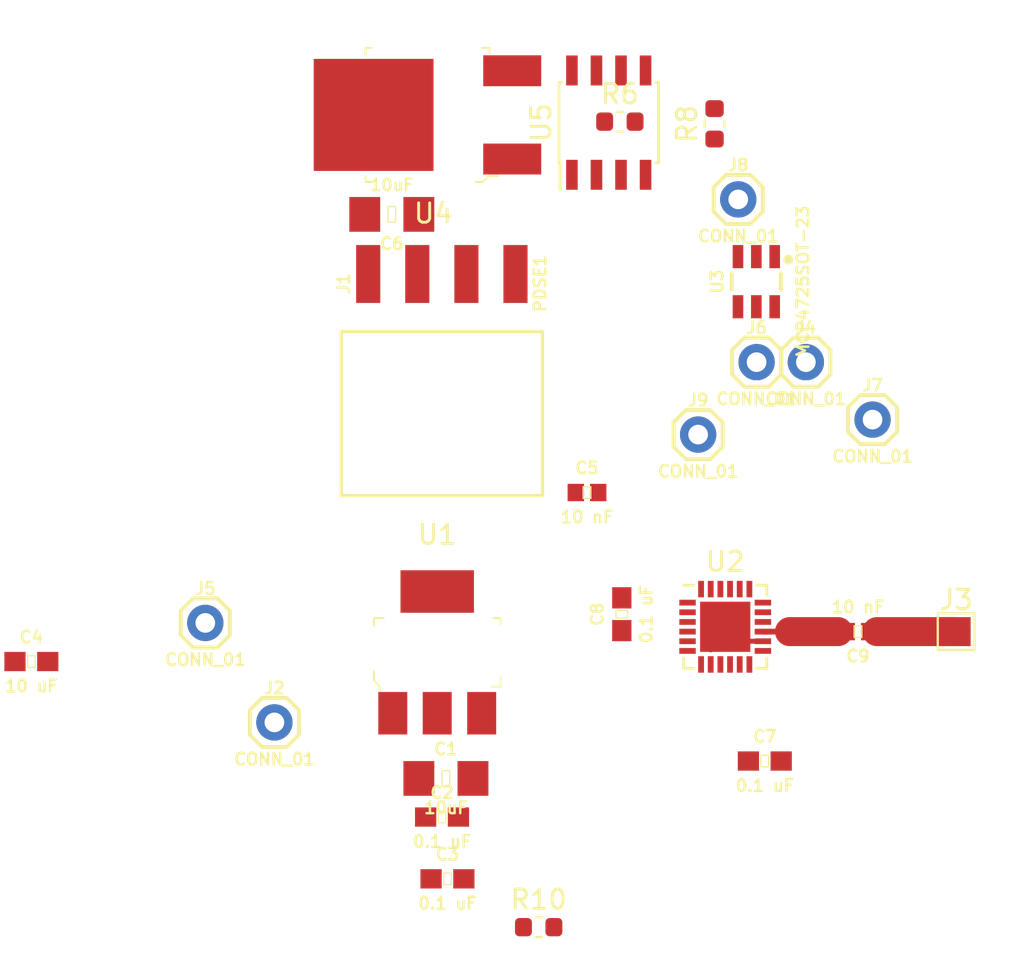
<source format=kicad_pcb>
(kicad_pcb (version 20171130) (host pcbnew 5.1.5+dfsg1-2~bpo9+1)

  (general
    (thickness 1.6)
    (drawings 0)
    (tracks 8)
    (zones 0)
    (modules 26)
    (nets 16)
  )

  (page A4)
  (layers
    (0 F.Cu signal)
    (31 B.Cu signal)
    (32 B.Adhes user)
    (33 F.Adhes user)
    (34 B.Paste user)
    (35 F.Paste user)
    (36 B.SilkS user)
    (37 F.SilkS user)
    (38 B.Mask user)
    (39 F.Mask user)
    (40 Dwgs.User user)
    (41 Cmts.User user)
    (42 Eco1.User user)
    (43 Eco2.User user)
    (44 Edge.Cuts user)
    (45 Margin user)
    (46 B.CrtYd user)
    (47 F.CrtYd user)
    (48 B.Fab user)
    (49 F.Fab user)
  )

  (setup
    (last_trace_width 0.25)
    (user_trace_width 0.3)
    (user_trace_width 0.5)
    (user_trace_width 1.5)
    (trace_clearance 0.2)
    (zone_clearance 0.01)
    (zone_45_only no)
    (trace_min 0.2)
    (via_size 0.8)
    (via_drill 0.4)
    (via_min_size 0.4)
    (via_min_drill 0.3)
    (uvia_size 0.3)
    (uvia_drill 0.1)
    (uvias_allowed no)
    (uvia_min_size 0.2)
    (uvia_min_drill 0.1)
    (edge_width 0.05)
    (segment_width 0.2)
    (pcb_text_width 0.3)
    (pcb_text_size 1.5 1.5)
    (mod_edge_width 0.12)
    (mod_text_size 1 1)
    (mod_text_width 0.15)
    (pad_size 1.524 1.524)
    (pad_drill 0.762)
    (pad_to_mask_clearance 0.051)
    (solder_mask_min_width 0.25)
    (aux_axis_origin 0 0)
    (visible_elements FFFFFF7F)
    (pcbplotparams
      (layerselection 0x010fc_ffffffff)
      (usegerberextensions false)
      (usegerberattributes false)
      (usegerberadvancedattributes false)
      (creategerberjobfile false)
      (excludeedgelayer true)
      (linewidth 0.150000)
      (plotframeref false)
      (viasonmask false)
      (mode 1)
      (useauxorigin false)
      (hpglpennumber 1)
      (hpglpenspeed 20)
      (hpglpendiameter 15.000000)
      (psnegative false)
      (psa4output false)
      (plotreference true)
      (plotvalue true)
      (plotinvisibletext false)
      (padsonsilk false)
      (subtractmaskfromsilk false)
      (outputformat 1)
      (mirror false)
      (drillshape 1)
      (scaleselection 1)
      (outputdirectory ""))
  )

  (net 0 "")
  (net 1 GND)
  (net 2 20V)
  (net 3 "Net-(C4-Pad1)")
  (net 4 "Net-(R6-Pad1)")
  (net 5 5V)
  (net 6 12V)
  (net 7 24V)
  (net 8 varactor_pwm_input)
  (net 9 Vtune)
  (net 10 3.3V)
  (net 11 "Net-(J4-Pad1)")
  (net 12 "Net-(J6-Pad1)")
  (net 13 "Net-(J7-Pad1)")
  (net 14 "Net-(C9-Pad2)")
  (net 15 "Net-(C9-Pad1)")

  (net_class Default "This is the default net class."
    (clearance 0.2)
    (trace_width 0.25)
    (via_dia 0.8)
    (via_drill 0.4)
    (uvia_dia 0.3)
    (uvia_drill 0.1)
    (add_net 12V)
    (add_net 20V)
    (add_net 24V)
    (add_net 3.3V)
    (add_net 5V)
    (add_net GND)
    (add_net "Net-(C4-Pad1)")
    (add_net "Net-(C9-Pad1)")
    (add_net "Net-(C9-Pad2)")
    (add_net "Net-(J4-Pad1)")
    (add_net "Net-(J6-Pad1)")
    (add_net "Net-(J7-Pad1)")
    (add_net "Net-(R6-Pad1)")
    (add_net Vtune)
    (add_net varactor_pwm_input)
  )

  (module Silicon-Standard:SOT23-6 (layer F.Cu) (tedit 5961E542) (tstamp 5F2C791F)
    (at 94.76146 86.084279)
    (descr SOT23-6)
    (tags SOT23-6)
    (path /5F7A4024)
    (attr smd)
    (fp_text reference U3 (at -2.03 0 90) (layer F.SilkS)
      (effects (font (size 0.6096 0.6096) (thickness 0.127)))
    )
    (fp_text value MCP4725SOT-23 (at 2.413 0 90) (layer F.SilkS)
      (effects (font (size 0.6096 0.6096) (thickness 0.127)))
    )
    (fp_line (start -1.39954 -0.79756) (end -1.39954 0.79756) (layer Dwgs.User) (width 0.1524))
    (fp_line (start 1.39954 -0.79756) (end 1.39954 0.79756) (layer Dwgs.User) (width 0.1524))
    (fp_line (start -1.39954 -0.79756) (end 1.39954 -0.79756) (layer Dwgs.User) (width 0.1524))
    (fp_line (start 1.39954 0.79756) (end -1.39954 0.79756) (layer Dwgs.User) (width 0.1524))
    (fp_line (start 1.27 -0.42926) (end 1.27 0.42926) (layer F.SilkS) (width 0.2032))
    (fp_line (start -1.27 0.42926) (end -1.27 -0.42926) (layer F.SilkS) (width 0.2032))
    (fp_line (start -0.24892 -0.84836) (end -0.24892 -1.4986) (layer Dwgs.User) (width 0.06604))
    (fp_line (start -0.24892 -1.4986) (end 0.24892 -1.4986) (layer Dwgs.User) (width 0.06604))
    (fp_line (start 0.24892 -0.84836) (end 0.24892 -1.4986) (layer Dwgs.User) (width 0.06604))
    (fp_line (start -0.24892 -0.84836) (end 0.24892 -0.84836) (layer Dwgs.User) (width 0.06604))
    (fp_line (start -1.19888 -0.84836) (end -1.19888 -1.4986) (layer Dwgs.User) (width 0.06604))
    (fp_line (start -1.19888 -1.4986) (end -0.6985 -1.4986) (layer Dwgs.User) (width 0.06604))
    (fp_line (start -0.6985 -0.84836) (end -0.6985 -1.4986) (layer Dwgs.User) (width 0.06604))
    (fp_line (start -1.19888 -0.84836) (end -0.6985 -0.84836) (layer Dwgs.User) (width 0.06604))
    (fp_line (start 0.6985 -0.84836) (end 0.6985 -1.4986) (layer Dwgs.User) (width 0.06604))
    (fp_line (start 0.6985 -1.4986) (end 1.19888 -1.4986) (layer Dwgs.User) (width 0.06604))
    (fp_line (start 1.19888 -0.84836) (end 1.19888 -1.4986) (layer Dwgs.User) (width 0.06604))
    (fp_line (start 0.6985 -0.84836) (end 1.19888 -0.84836) (layer Dwgs.User) (width 0.06604))
    (fp_line (start 0.6985 1.4986) (end 0.6985 0.84836) (layer Dwgs.User) (width 0.06604))
    (fp_line (start 0.6985 0.84836) (end 1.19888 0.84836) (layer Dwgs.User) (width 0.06604))
    (fp_line (start 1.19888 1.4986) (end 1.19888 0.84836) (layer Dwgs.User) (width 0.06604))
    (fp_line (start 0.6985 1.4986) (end 1.19888 1.4986) (layer Dwgs.User) (width 0.06604))
    (fp_line (start -0.24892 1.4986) (end -0.24892 0.84836) (layer Dwgs.User) (width 0.06604))
    (fp_line (start -0.24892 0.84836) (end 0.24892 0.84836) (layer Dwgs.User) (width 0.06604))
    (fp_line (start 0.24892 1.4986) (end 0.24892 0.84836) (layer Dwgs.User) (width 0.06604))
    (fp_line (start -0.24892 1.4986) (end 0.24892 1.4986) (layer Dwgs.User) (width 0.06604))
    (fp_line (start -1.19888 1.4986) (end -1.19888 0.84836) (layer Dwgs.User) (width 0.06604))
    (fp_line (start -1.19888 0.84836) (end -0.6985 0.84836) (layer Dwgs.User) (width 0.06604))
    (fp_line (start -0.6985 1.4986) (end -0.6985 0.84836) (layer Dwgs.User) (width 0.06604))
    (fp_line (start -1.19888 1.4986) (end -0.6985 1.4986) (layer Dwgs.User) (width 0.06604))
    (fp_circle (center 1.651 -1.143) (end 1.778 -1.143) (layer F.SilkS) (width 0.254))
    (pad 6 smd rect (at 0.94996 1.29794) (size 0.54864 1.19888) (layers F.Cu F.Paste F.Mask)
      (net 11 "Net-(J4-Pad1)") (solder_mask_margin 0.1016))
    (pad 5 smd rect (at 0 1.29794) (size 0.54864 1.19888) (layers F.Cu F.Paste F.Mask)
      (net 12 "Net-(J6-Pad1)") (solder_mask_margin 0.1016))
    (pad 4 smd rect (at -0.94996 1.29794) (size 0.54864 1.19888) (layers F.Cu F.Paste F.Mask)
      (net 13 "Net-(J7-Pad1)") (solder_mask_margin 0.1016))
    (pad 3 smd rect (at -0.94996 -1.29794) (size 0.54864 1.19888) (layers F.Cu F.Paste F.Mask)
      (net 10 3.3V) (solder_mask_margin 0.1016))
    (pad 2 smd rect (at 0 -1.29794 180) (size 0.54864 1.19888) (layers F.Cu F.Paste F.Mask)
      (net 1 GND) (solder_mask_margin 0.1016))
    (pad 1 smd rect (at 0.94996 -1.29794) (size 0.54864 1.19888) (layers F.Cu F.Paste F.Mask)
      (net 3 "Net-(C4-Pad1)") (solder_mask_margin 0.1016))
  )

  (module Connectors2:1X01 (layer F.Cu) (tedit 5963CE6C) (tstamp 5F2C7E4C)
    (at 91.75 94)
    (descr "PLATED THROUGH HOLE")
    (tags "PLATED THROUGH HOLE")
    (path /5F7C1603)
    (attr virtual)
    (fp_text reference J9 (at 0 -1.778) (layer F.SilkS)
      (effects (font (size 0.6096 0.6096) (thickness 0.127)))
    )
    (fp_text value CONN_01 (at 0 1.905) (layer F.SilkS)
      (effects (font (size 0.6096 0.6096) (thickness 0.127)))
    )
    (fp_line (start 1.27 0.635) (end 1.27 -0.635) (layer F.SilkS) (width 0.2032))
    (fp_line (start 0.635 1.27) (end 1.27 0.635) (layer F.SilkS) (width 0.2032))
    (fp_line (start -0.635 1.27) (end 0.635 1.27) (layer F.SilkS) (width 0.2032))
    (fp_line (start -1.27 0.635) (end -0.635 1.27) (layer F.SilkS) (width 0.2032))
    (fp_line (start -1.27 -0.635) (end -1.27 0.635) (layer F.SilkS) (width 0.2032))
    (fp_line (start -0.635 -1.27) (end -1.27 -0.635) (layer F.SilkS) (width 0.2032))
    (fp_line (start 0.635 -1.27) (end -0.635 -1.27) (layer F.SilkS) (width 0.2032))
    (fp_line (start 1.27 -0.635) (end 0.635 -1.27) (layer F.SilkS) (width 0.2032))
    (pad 1 thru_hole circle (at 0 0) (size 1.8796 1.8796) (drill 1.016) (layers *.Cu *.Mask)
      (net 1 GND) (solder_mask_margin 0.1016))
  )

  (module Connectors2:1X01 (layer F.Cu) (tedit 5963CE6C) (tstamp 5F2C7E3F)
    (at 93.825 81.825)
    (descr "PLATED THROUGH HOLE")
    (tags "PLATED THROUGH HOLE")
    (path /5F7BE179)
    (attr virtual)
    (fp_text reference J8 (at 0 -1.778) (layer F.SilkS)
      (effects (font (size 0.6096 0.6096) (thickness 0.127)))
    )
    (fp_text value CONN_01 (at 0 1.905) (layer F.SilkS)
      (effects (font (size 0.6096 0.6096) (thickness 0.127)))
    )
    (fp_line (start 1.27 0.635) (end 1.27 -0.635) (layer F.SilkS) (width 0.2032))
    (fp_line (start 0.635 1.27) (end 1.27 0.635) (layer F.SilkS) (width 0.2032))
    (fp_line (start -0.635 1.27) (end 0.635 1.27) (layer F.SilkS) (width 0.2032))
    (fp_line (start -1.27 0.635) (end -0.635 1.27) (layer F.SilkS) (width 0.2032))
    (fp_line (start -1.27 -0.635) (end -1.27 0.635) (layer F.SilkS) (width 0.2032))
    (fp_line (start -0.635 -1.27) (end -1.27 -0.635) (layer F.SilkS) (width 0.2032))
    (fp_line (start 0.635 -1.27) (end -0.635 -1.27) (layer F.SilkS) (width 0.2032))
    (fp_line (start 1.27 -0.635) (end 0.635 -1.27) (layer F.SilkS) (width 0.2032))
    (pad 1 thru_hole circle (at 0 0) (size 1.8796 1.8796) (drill 1.016) (layers *.Cu *.Mask)
      (net 10 3.3V) (solder_mask_margin 0.1016))
  )

  (module Connectors2:1X01 (layer F.Cu) (tedit 5963CE6C) (tstamp 5F2C7E32)
    (at 100.775 93.225)
    (descr "PLATED THROUGH HOLE")
    (tags "PLATED THROUGH HOLE")
    (path /5F7BDE66)
    (attr virtual)
    (fp_text reference J7 (at 0 -1.778) (layer F.SilkS)
      (effects (font (size 0.6096 0.6096) (thickness 0.127)))
    )
    (fp_text value CONN_01 (at 0 1.905) (layer F.SilkS)
      (effects (font (size 0.6096 0.6096) (thickness 0.127)))
    )
    (fp_line (start 1.27 0.635) (end 1.27 -0.635) (layer F.SilkS) (width 0.2032))
    (fp_line (start 0.635 1.27) (end 1.27 0.635) (layer F.SilkS) (width 0.2032))
    (fp_line (start -0.635 1.27) (end 0.635 1.27) (layer F.SilkS) (width 0.2032))
    (fp_line (start -1.27 0.635) (end -0.635 1.27) (layer F.SilkS) (width 0.2032))
    (fp_line (start -1.27 -0.635) (end -1.27 0.635) (layer F.SilkS) (width 0.2032))
    (fp_line (start -0.635 -1.27) (end -1.27 -0.635) (layer F.SilkS) (width 0.2032))
    (fp_line (start 0.635 -1.27) (end -0.635 -1.27) (layer F.SilkS) (width 0.2032))
    (fp_line (start 1.27 -0.635) (end 0.635 -1.27) (layer F.SilkS) (width 0.2032))
    (pad 1 thru_hole circle (at 0 0) (size 1.8796 1.8796) (drill 1.016) (layers *.Cu *.Mask)
      (net 13 "Net-(J7-Pad1)") (solder_mask_margin 0.1016))
  )

  (module Connectors2:1X01 (layer F.Cu) (tedit 5963CE6C) (tstamp 5F2C7E25)
    (at 94.775 90.25)
    (descr "PLATED THROUGH HOLE")
    (tags "PLATED THROUGH HOLE")
    (path /5F7BD927)
    (attr virtual)
    (fp_text reference J6 (at 0 -1.778) (layer F.SilkS)
      (effects (font (size 0.6096 0.6096) (thickness 0.127)))
    )
    (fp_text value CONN_01 (at 0 1.905) (layer F.SilkS)
      (effects (font (size 0.6096 0.6096) (thickness 0.127)))
    )
    (fp_line (start 1.27 0.635) (end 1.27 -0.635) (layer F.SilkS) (width 0.2032))
    (fp_line (start 0.635 1.27) (end 1.27 0.635) (layer F.SilkS) (width 0.2032))
    (fp_line (start -0.635 1.27) (end 0.635 1.27) (layer F.SilkS) (width 0.2032))
    (fp_line (start -1.27 0.635) (end -0.635 1.27) (layer F.SilkS) (width 0.2032))
    (fp_line (start -1.27 -0.635) (end -1.27 0.635) (layer F.SilkS) (width 0.2032))
    (fp_line (start -0.635 -1.27) (end -1.27 -0.635) (layer F.SilkS) (width 0.2032))
    (fp_line (start 0.635 -1.27) (end -0.635 -1.27) (layer F.SilkS) (width 0.2032))
    (fp_line (start 1.27 -0.635) (end 0.635 -1.27) (layer F.SilkS) (width 0.2032))
    (pad 1 thru_hole circle (at 0 0) (size 1.8796 1.8796) (drill 1.016) (layers *.Cu *.Mask)
      (net 12 "Net-(J6-Pad1)") (solder_mask_margin 0.1016))
  )

  (module Connectors2:1X01 (layer F.Cu) (tedit 5963CE6C) (tstamp 5F2C6567)
    (at 66.25 103.75)
    (descr "PLATED THROUGH HOLE")
    (tags "PLATED THROUGH HOLE")
    (path /5F6D4403)
    (attr virtual)
    (fp_text reference J5 (at 0 -1.778) (layer F.SilkS)
      (effects (font (size 0.6096 0.6096) (thickness 0.127)))
    )
    (fp_text value CONN_01 (at 0 1.905) (layer F.SilkS)
      (effects (font (size 0.6096 0.6096) (thickness 0.127)))
    )
    (fp_line (start 1.27 0.635) (end 1.27 -0.635) (layer F.SilkS) (width 0.2032))
    (fp_line (start 0.635 1.27) (end 1.27 0.635) (layer F.SilkS) (width 0.2032))
    (fp_line (start -0.635 1.27) (end 0.635 1.27) (layer F.SilkS) (width 0.2032))
    (fp_line (start -1.27 0.635) (end -0.635 1.27) (layer F.SilkS) (width 0.2032))
    (fp_line (start -1.27 -0.635) (end -1.27 0.635) (layer F.SilkS) (width 0.2032))
    (fp_line (start -0.635 -1.27) (end -1.27 -0.635) (layer F.SilkS) (width 0.2032))
    (fp_line (start 0.635 -1.27) (end -0.635 -1.27) (layer F.SilkS) (width 0.2032))
    (fp_line (start 1.27 -0.635) (end 0.635 -1.27) (layer F.SilkS) (width 0.2032))
    (pad 1 thru_hole circle (at 0 0) (size 1.8796 1.8796) (drill 1.016) (layers *.Cu *.Mask)
      (net 8 varactor_pwm_input) (solder_mask_margin 0.1016))
  )

  (module Connectors2:1X01 (layer F.Cu) (tedit 5963CE6C) (tstamp 5F2C7E0C)
    (at 97.325 90.25)
    (descr "PLATED THROUGH HOLE")
    (tags "PLATED THROUGH HOLE")
    (path /5F7BD132)
    (attr virtual)
    (fp_text reference J4 (at 0 -1.778) (layer F.SilkS)
      (effects (font (size 0.6096 0.6096) (thickness 0.127)))
    )
    (fp_text value CONN_01 (at 0 1.905) (layer F.SilkS)
      (effects (font (size 0.6096 0.6096) (thickness 0.127)))
    )
    (fp_line (start 1.27 0.635) (end 1.27 -0.635) (layer F.SilkS) (width 0.2032))
    (fp_line (start 0.635 1.27) (end 1.27 0.635) (layer F.SilkS) (width 0.2032))
    (fp_line (start -0.635 1.27) (end 0.635 1.27) (layer F.SilkS) (width 0.2032))
    (fp_line (start -1.27 0.635) (end -0.635 1.27) (layer F.SilkS) (width 0.2032))
    (fp_line (start -1.27 -0.635) (end -1.27 0.635) (layer F.SilkS) (width 0.2032))
    (fp_line (start -0.635 -1.27) (end -1.27 -0.635) (layer F.SilkS) (width 0.2032))
    (fp_line (start 0.635 -1.27) (end -0.635 -1.27) (layer F.SilkS) (width 0.2032))
    (fp_line (start 1.27 -0.635) (end 0.635 -1.27) (layer F.SilkS) (width 0.2032))
    (pad 1 thru_hole circle (at 0 0) (size 1.8796 1.8796) (drill 1.016) (layers *.Cu *.Mask)
      (net 11 "Net-(J4-Pad1)") (solder_mask_margin 0.1016))
  )

  (module Connectors2:1X01 (layer F.Cu) (tedit 5963CE6C) (tstamp 5F2C7DF1)
    (at 69.825 108.9)
    (descr "PLATED THROUGH HOLE")
    (tags "PLATED THROUGH HOLE")
    (path /5F7C344F)
    (attr virtual)
    (fp_text reference J2 (at 0 -1.778) (layer F.SilkS)
      (effects (font (size 0.6096 0.6096) (thickness 0.127)))
    )
    (fp_text value CONN_01 (at 0 1.905) (layer F.SilkS)
      (effects (font (size 0.6096 0.6096) (thickness 0.127)))
    )
    (fp_line (start 1.27 0.635) (end 1.27 -0.635) (layer F.SilkS) (width 0.2032))
    (fp_line (start 0.635 1.27) (end 1.27 0.635) (layer F.SilkS) (width 0.2032))
    (fp_line (start -0.635 1.27) (end 0.635 1.27) (layer F.SilkS) (width 0.2032))
    (fp_line (start -1.27 0.635) (end -0.635 1.27) (layer F.SilkS) (width 0.2032))
    (fp_line (start -1.27 -0.635) (end -1.27 0.635) (layer F.SilkS) (width 0.2032))
    (fp_line (start -0.635 -1.27) (end -1.27 -0.635) (layer F.SilkS) (width 0.2032))
    (fp_line (start 0.635 -1.27) (end -0.635 -1.27) (layer F.SilkS) (width 0.2032))
    (fp_line (start 1.27 -0.635) (end 0.635 -1.27) (layer F.SilkS) (width 0.2032))
    (pad 1 thru_hole circle (at 0 0) (size 1.8796 1.8796) (drill 1.016) (layers *.Cu *.Mask)
      (net 6 12V) (solder_mask_margin 0.1016))
  )

  (module Capacitors:0402 (layer F.Cu) (tedit 200000) (tstamp 5F2C9FFF)
    (at 100.02088 104.2 180)
    (descr "GENERIC 1005 (0402) PACKAGE")
    (tags "GENERIC 1005 (0402) PACKAGE")
    (path /5F7EE8B4)
    (attr smd)
    (fp_text reference C9 (at 0 -1.27) (layer F.SilkS)
      (effects (font (size 0.6096 0.6096) (thickness 0.127)))
    )
    (fp_text value "10 nF" (at 0 1.27) (layer F.SilkS)
      (effects (font (size 0.6096 0.6096) (thickness 0.127)))
    )
    (fp_line (start -1.19888 0.6477) (end -1.19888 -0.6477) (layer F.CrtYd) (width 0.0508))
    (fp_line (start 1.19888 0.6477) (end -1.19888 0.6477) (layer F.CrtYd) (width 0.0508))
    (fp_line (start 1.19888 -0.6477) (end 1.19888 0.6477) (layer F.CrtYd) (width 0.0508))
    (fp_line (start -1.19888 -0.6477) (end 1.19888 -0.6477) (layer F.CrtYd) (width 0.0508))
    (fp_line (start 0.26924 0.2286) (end -0.26924 0.2286) (layer Dwgs.User) (width 0.1524))
    (fp_line (start -0.26924 -0.2286) (end 0.26924 -0.2286) (layer Dwgs.User) (width 0.1524))
    (fp_line (start -0.19812 0.29972) (end -0.19812 -0.29972) (layer F.SilkS) (width 0.06604))
    (fp_line (start -0.19812 -0.29972) (end 0.19812 -0.29972) (layer F.SilkS) (width 0.06604))
    (fp_line (start 0.19812 0.29972) (end 0.19812 -0.29972) (layer F.SilkS) (width 0.06604))
    (fp_line (start -0.19812 0.29972) (end 0.19812 0.29972) (layer F.SilkS) (width 0.06604))
    (fp_line (start 0.25654 0.3048) (end 0.25654 -0.3048) (layer Dwgs.User) (width 0.06604))
    (fp_line (start 0.25654 -0.3048) (end 0.5588 -0.3048) (layer Dwgs.User) (width 0.06604))
    (fp_line (start 0.5588 0.3048) (end 0.5588 -0.3048) (layer Dwgs.User) (width 0.06604))
    (fp_line (start 0.25654 0.3048) (end 0.5588 0.3048) (layer Dwgs.User) (width 0.06604))
    (fp_line (start -0.55372 0.3048) (end -0.55372 -0.3048) (layer Dwgs.User) (width 0.06604))
    (fp_line (start -0.55372 -0.3048) (end -0.254 -0.3048) (layer Dwgs.User) (width 0.06604))
    (fp_line (start -0.254 0.3048) (end -0.254 -0.3048) (layer Dwgs.User) (width 0.06604))
    (fp_line (start -0.55372 0.3048) (end -0.254 0.3048) (layer Dwgs.User) (width 0.06604))
    (pad 2 smd rect (at 0.57912 0 180) (size 0.84836 0.89916) (layers F.Cu F.Paste F.Mask)
      (net 14 "Net-(C9-Pad2)") (solder_mask_margin 0.1016))
    (pad 1 smd rect (at -0.57912 0 180) (size 0.84836 0.89916) (layers F.Cu F.Paste F.Mask)
      (net 15 "Net-(C9-Pad1)") (solder_mask_margin 0.1016))
  )

  (module Capacitors:0603 (layer F.Cu) (tedit 596180EF) (tstamp 5F2C97F6)
    (at 87.8 103.3 90)
    (descr "GENERIC 1608 (0603) PACKAGE")
    (tags "GENERIC 1608 (0603) PACKAGE")
    (path /5F7E5276)
    (attr smd)
    (fp_text reference C8 (at 0 -1.27 90) (layer F.SilkS)
      (effects (font (size 0.6096 0.6096) (thickness 0.127)))
    )
    (fp_text value "0.1 uF" (at 0 1.27 90) (layer F.SilkS)
      (effects (font (size 0.6096 0.6096) (thickness 0.127)))
    )
    (fp_line (start -0.3556 0.41656) (end 0.3556 0.41656) (layer Dwgs.User) (width 0.1016))
    (fp_line (start -0.3556 -0.4318) (end 0.3556 -0.4318) (layer Dwgs.User) (width 0.1016))
    (fp_line (start -1.59766 0.6985) (end -1.59766 -0.6985) (layer F.CrtYd) (width 0.0508))
    (fp_line (start 1.59766 0.6985) (end -1.59766 0.6985) (layer F.CrtYd) (width 0.0508))
    (fp_line (start 1.59766 -0.6985) (end 1.59766 0.6985) (layer F.CrtYd) (width 0.0508))
    (fp_line (start -1.59766 -0.6985) (end 1.59766 -0.6985) (layer F.CrtYd) (width 0.0508))
    (fp_line (start -0.19812 0.29972) (end -0.19812 -0.29972) (layer F.SilkS) (width 0.06604))
    (fp_line (start -0.19812 -0.29972) (end 0.19812 -0.29972) (layer F.SilkS) (width 0.06604))
    (fp_line (start 0.19812 0.29972) (end 0.19812 -0.29972) (layer F.SilkS) (width 0.06604))
    (fp_line (start -0.19812 0.29972) (end 0.19812 0.29972) (layer F.SilkS) (width 0.06604))
    (fp_line (start 0.3302 0.4699) (end 0.3302 -0.48006) (layer Dwgs.User) (width 0.06604))
    (fp_line (start 0.3302 -0.48006) (end 0.82804 -0.48006) (layer Dwgs.User) (width 0.06604))
    (fp_line (start 0.82804 0.4699) (end 0.82804 -0.48006) (layer Dwgs.User) (width 0.06604))
    (fp_line (start 0.3302 0.4699) (end 0.82804 0.4699) (layer Dwgs.User) (width 0.06604))
    (fp_line (start -0.8382 0.4699) (end -0.8382 -0.48006) (layer Dwgs.User) (width 0.06604))
    (fp_line (start -0.8382 -0.48006) (end -0.33782 -0.48006) (layer Dwgs.User) (width 0.06604))
    (fp_line (start -0.33782 0.4699) (end -0.33782 -0.48006) (layer Dwgs.User) (width 0.06604))
    (fp_line (start -0.8382 0.4699) (end -0.33782 0.4699) (layer Dwgs.User) (width 0.06604))
    (pad 2 smd rect (at 0.84836 0 90) (size 1.09982 0.99822) (layers F.Cu F.Paste F.Mask)
      (net 1 GND) (solder_mask_margin 0.1016))
    (pad 1 smd rect (at -0.84836 0 90) (size 1.09982 0.99822) (layers F.Cu F.Paste F.Mask)
      (net 9 Vtune) (solder_mask_margin 0.1016))
  )

  (module Capacitors:0603 (layer F.Cu) (tedit 596180EF) (tstamp 5F2C77BD)
    (at 95.2 110.9)
    (descr "GENERIC 1608 (0603) PACKAGE")
    (tags "GENERIC 1608 (0603) PACKAGE")
    (path /5F7B2CEB)
    (attr smd)
    (fp_text reference C7 (at 0 -1.27) (layer F.SilkS)
      (effects (font (size 0.6096 0.6096) (thickness 0.127)))
    )
    (fp_text value "0.1 uF" (at 0 1.27) (layer F.SilkS)
      (effects (font (size 0.6096 0.6096) (thickness 0.127)))
    )
    (fp_line (start -0.3556 0.41656) (end 0.3556 0.41656) (layer Dwgs.User) (width 0.1016))
    (fp_line (start -0.3556 -0.4318) (end 0.3556 -0.4318) (layer Dwgs.User) (width 0.1016))
    (fp_line (start -1.59766 0.6985) (end -1.59766 -0.6985) (layer F.CrtYd) (width 0.0508))
    (fp_line (start 1.59766 0.6985) (end -1.59766 0.6985) (layer F.CrtYd) (width 0.0508))
    (fp_line (start 1.59766 -0.6985) (end 1.59766 0.6985) (layer F.CrtYd) (width 0.0508))
    (fp_line (start -1.59766 -0.6985) (end 1.59766 -0.6985) (layer F.CrtYd) (width 0.0508))
    (fp_line (start -0.19812 0.29972) (end -0.19812 -0.29972) (layer F.SilkS) (width 0.06604))
    (fp_line (start -0.19812 -0.29972) (end 0.19812 -0.29972) (layer F.SilkS) (width 0.06604))
    (fp_line (start 0.19812 0.29972) (end 0.19812 -0.29972) (layer F.SilkS) (width 0.06604))
    (fp_line (start -0.19812 0.29972) (end 0.19812 0.29972) (layer F.SilkS) (width 0.06604))
    (fp_line (start 0.3302 0.4699) (end 0.3302 -0.48006) (layer Dwgs.User) (width 0.06604))
    (fp_line (start 0.3302 -0.48006) (end 0.82804 -0.48006) (layer Dwgs.User) (width 0.06604))
    (fp_line (start 0.82804 0.4699) (end 0.82804 -0.48006) (layer Dwgs.User) (width 0.06604))
    (fp_line (start 0.3302 0.4699) (end 0.82804 0.4699) (layer Dwgs.User) (width 0.06604))
    (fp_line (start -0.8382 0.4699) (end -0.8382 -0.48006) (layer Dwgs.User) (width 0.06604))
    (fp_line (start -0.8382 -0.48006) (end -0.33782 -0.48006) (layer Dwgs.User) (width 0.06604))
    (fp_line (start -0.33782 0.4699) (end -0.33782 -0.48006) (layer Dwgs.User) (width 0.06604))
    (fp_line (start -0.8382 0.4699) (end -0.33782 0.4699) (layer Dwgs.User) (width 0.06604))
    (pad 2 smd rect (at 0.84836 0) (size 1.09982 0.99822) (layers F.Cu F.Paste F.Mask)
      (net 1 GND) (solder_mask_margin 0.1016))
    (pad 1 smd rect (at -0.84836 0) (size 1.09982 0.99822) (layers F.Cu F.Paste F.Mask)
      (net 5 5V) (solder_mask_margin 0.1016))
  )

  (module Capacitors:1206 (layer F.Cu) (tedit 200000) (tstamp 5F2C77A5)
    (at 75.9 82.6 180)
    (descr "GENERIC 3216 (1206) PACKAGE")
    (tags "GENERIC 3216 (1206) PACKAGE")
    (path /5F7B2CE4)
    (attr smd)
    (fp_text reference C6 (at 0 -1.524) (layer F.SilkS)
      (effects (font (size 0.6096 0.6096) (thickness 0.127)))
    )
    (fp_text value 10uF (at 0 1.524) (layer F.SilkS)
      (effects (font (size 0.6096 0.6096) (thickness 0.127)))
    )
    (fp_line (start -0.96266 0.78486) (end 0.96266 0.78486) (layer Dwgs.User) (width 0.1016))
    (fp_line (start -0.96266 -0.78486) (end 0.96266 -0.78486) (layer Dwgs.User) (width 0.1016))
    (fp_line (start 2.39776 -1.09982) (end 2.39776 1.09982) (layer F.CrtYd) (width 0.0508))
    (fp_line (start -2.39776 1.09982) (end -2.39776 -1.09982) (layer F.CrtYd) (width 0.0508))
    (fp_line (start 2.39776 1.09982) (end -2.39776 1.09982) (layer F.CrtYd) (width 0.0508))
    (fp_line (start -2.39776 -1.09982) (end 2.39776 -1.09982) (layer F.CrtYd) (width 0.0508))
    (fp_line (start -0.19812 0.39878) (end -0.19812 -0.39878) (layer F.SilkS) (width 0.06604))
    (fp_line (start -0.19812 -0.39878) (end 0.19812 -0.39878) (layer F.SilkS) (width 0.06604))
    (fp_line (start 0.19812 0.39878) (end 0.19812 -0.39878) (layer F.SilkS) (width 0.06604))
    (fp_line (start -0.19812 0.39878) (end 0.19812 0.39878) (layer F.SilkS) (width 0.06604))
    (fp_line (start 0.94996 0.84836) (end 0.94996 -0.8509) (layer Dwgs.User) (width 0.06604))
    (fp_line (start 0.94996 -0.8509) (end 1.7018 -0.8509) (layer Dwgs.User) (width 0.06604))
    (fp_line (start 1.7018 0.84836) (end 1.7018 -0.8509) (layer Dwgs.User) (width 0.06604))
    (fp_line (start 0.94996 0.84836) (end 1.7018 0.84836) (layer Dwgs.User) (width 0.06604))
    (fp_line (start -1.7018 0.8509) (end -1.7018 -0.84836) (layer Dwgs.User) (width 0.06604))
    (fp_line (start -1.7018 -0.84836) (end -0.94996 -0.84836) (layer Dwgs.User) (width 0.06604))
    (fp_line (start -0.94996 0.8509) (end -0.94996 -0.84836) (layer Dwgs.User) (width 0.06604))
    (fp_line (start -1.7018 0.8509) (end -0.94996 0.8509) (layer Dwgs.User) (width 0.06604))
    (pad 2 smd rect (at 1.39954 0 180) (size 1.59766 1.79832) (layers F.Cu F.Paste F.Mask)
      (net 1 GND) (solder_mask_margin 0.1016))
    (pad 1 smd rect (at -1.39954 0 180) (size 1.59766 1.79832) (layers F.Cu F.Paste F.Mask)
      (net 5 5V) (solder_mask_margin 0.1016))
  )

  (module Capacitors:0402 (layer F.Cu) (tedit 200000) (tstamp 5F2C778D)
    (at 86 97)
    (descr "GENERIC 1005 (0402) PACKAGE")
    (tags "GENERIC 1005 (0402) PACKAGE")
    (path /5F7AC4E2)
    (attr smd)
    (fp_text reference C5 (at 0 -1.27) (layer F.SilkS)
      (effects (font (size 0.6096 0.6096) (thickness 0.127)))
    )
    (fp_text value "10 nF" (at 0 1.27) (layer F.SilkS)
      (effects (font (size 0.6096 0.6096) (thickness 0.127)))
    )
    (fp_line (start -1.19888 0.6477) (end -1.19888 -0.6477) (layer F.CrtYd) (width 0.0508))
    (fp_line (start 1.19888 0.6477) (end -1.19888 0.6477) (layer F.CrtYd) (width 0.0508))
    (fp_line (start 1.19888 -0.6477) (end 1.19888 0.6477) (layer F.CrtYd) (width 0.0508))
    (fp_line (start -1.19888 -0.6477) (end 1.19888 -0.6477) (layer F.CrtYd) (width 0.0508))
    (fp_line (start 0.26924 0.2286) (end -0.26924 0.2286) (layer Dwgs.User) (width 0.1524))
    (fp_line (start -0.26924 -0.2286) (end 0.26924 -0.2286) (layer Dwgs.User) (width 0.1524))
    (fp_line (start -0.19812 0.29972) (end -0.19812 -0.29972) (layer F.SilkS) (width 0.06604))
    (fp_line (start -0.19812 -0.29972) (end 0.19812 -0.29972) (layer F.SilkS) (width 0.06604))
    (fp_line (start 0.19812 0.29972) (end 0.19812 -0.29972) (layer F.SilkS) (width 0.06604))
    (fp_line (start -0.19812 0.29972) (end 0.19812 0.29972) (layer F.SilkS) (width 0.06604))
    (fp_line (start 0.25654 0.3048) (end 0.25654 -0.3048) (layer Dwgs.User) (width 0.06604))
    (fp_line (start 0.25654 -0.3048) (end 0.5588 -0.3048) (layer Dwgs.User) (width 0.06604))
    (fp_line (start 0.5588 0.3048) (end 0.5588 -0.3048) (layer Dwgs.User) (width 0.06604))
    (fp_line (start 0.25654 0.3048) (end 0.5588 0.3048) (layer Dwgs.User) (width 0.06604))
    (fp_line (start -0.55372 0.3048) (end -0.55372 -0.3048) (layer Dwgs.User) (width 0.06604))
    (fp_line (start -0.55372 -0.3048) (end -0.254 -0.3048) (layer Dwgs.User) (width 0.06604))
    (fp_line (start -0.254 0.3048) (end -0.254 -0.3048) (layer Dwgs.User) (width 0.06604))
    (fp_line (start -0.55372 0.3048) (end -0.254 0.3048) (layer Dwgs.User) (width 0.06604))
    (pad 2 smd rect (at 0.57912 0) (size 0.84836 0.89916) (layers F.Cu F.Paste F.Mask)
      (net 1 GND) (solder_mask_margin 0.1016))
    (pad 1 smd rect (at -0.57912 0) (size 0.84836 0.89916) (layers F.Cu F.Paste F.Mask)
      (net 5 5V) (solder_mask_margin 0.1016))
  )

  (module Capacitors:0603 (layer F.Cu) (tedit 596180EF) (tstamp 5F2C6535)
    (at 57.25 105.75)
    (descr "GENERIC 1608 (0603) PACKAGE")
    (tags "GENERIC 1608 (0603) PACKAGE")
    (path /5F6B4DC9)
    (attr smd)
    (fp_text reference C4 (at 0 -1.27) (layer F.SilkS)
      (effects (font (size 0.6096 0.6096) (thickness 0.127)))
    )
    (fp_text value "10 uF" (at 0 1.27) (layer F.SilkS)
      (effects (font (size 0.6096 0.6096) (thickness 0.127)))
    )
    (fp_line (start -0.3556 0.41656) (end 0.3556 0.41656) (layer Dwgs.User) (width 0.1016))
    (fp_line (start -0.3556 -0.4318) (end 0.3556 -0.4318) (layer Dwgs.User) (width 0.1016))
    (fp_line (start -1.59766 0.6985) (end -1.59766 -0.6985) (layer F.CrtYd) (width 0.0508))
    (fp_line (start 1.59766 0.6985) (end -1.59766 0.6985) (layer F.CrtYd) (width 0.0508))
    (fp_line (start 1.59766 -0.6985) (end 1.59766 0.6985) (layer F.CrtYd) (width 0.0508))
    (fp_line (start -1.59766 -0.6985) (end 1.59766 -0.6985) (layer F.CrtYd) (width 0.0508))
    (fp_line (start -0.19812 0.29972) (end -0.19812 -0.29972) (layer F.SilkS) (width 0.06604))
    (fp_line (start -0.19812 -0.29972) (end 0.19812 -0.29972) (layer F.SilkS) (width 0.06604))
    (fp_line (start 0.19812 0.29972) (end 0.19812 -0.29972) (layer F.SilkS) (width 0.06604))
    (fp_line (start -0.19812 0.29972) (end 0.19812 0.29972) (layer F.SilkS) (width 0.06604))
    (fp_line (start 0.3302 0.4699) (end 0.3302 -0.48006) (layer Dwgs.User) (width 0.06604))
    (fp_line (start 0.3302 -0.48006) (end 0.82804 -0.48006) (layer Dwgs.User) (width 0.06604))
    (fp_line (start 0.82804 0.4699) (end 0.82804 -0.48006) (layer Dwgs.User) (width 0.06604))
    (fp_line (start 0.3302 0.4699) (end 0.82804 0.4699) (layer Dwgs.User) (width 0.06604))
    (fp_line (start -0.8382 0.4699) (end -0.8382 -0.48006) (layer Dwgs.User) (width 0.06604))
    (fp_line (start -0.8382 -0.48006) (end -0.33782 -0.48006) (layer Dwgs.User) (width 0.06604))
    (fp_line (start -0.33782 0.4699) (end -0.33782 -0.48006) (layer Dwgs.User) (width 0.06604))
    (fp_line (start -0.8382 0.4699) (end -0.33782 0.4699) (layer Dwgs.User) (width 0.06604))
    (pad 2 smd rect (at 0.84836 0) (size 1.09982 0.99822) (layers F.Cu F.Paste F.Mask)
      (net 1 GND) (solder_mask_margin 0.1016))
    (pad 1 smd rect (at -0.84836 0) (size 1.09982 0.99822) (layers F.Cu F.Paste F.Mask)
      (net 3 "Net-(C4-Pad1)") (solder_mask_margin 0.1016))
  )

  (module Capacitors:0603 (layer F.Cu) (tedit 596180EF) (tstamp 5F2C651D)
    (at 78.7799 116.99868)
    (descr "GENERIC 1608 (0603) PACKAGE")
    (tags "GENERIC 1608 (0603) PACKAGE")
    (path /5F6F5EC0)
    (attr smd)
    (fp_text reference C3 (at 0 -1.27) (layer F.SilkS)
      (effects (font (size 0.6096 0.6096) (thickness 0.127)))
    )
    (fp_text value "0.1 uF" (at 0 1.27) (layer F.SilkS)
      (effects (font (size 0.6096 0.6096) (thickness 0.127)))
    )
    (fp_line (start -0.3556 0.41656) (end 0.3556 0.41656) (layer Dwgs.User) (width 0.1016))
    (fp_line (start -0.3556 -0.4318) (end 0.3556 -0.4318) (layer Dwgs.User) (width 0.1016))
    (fp_line (start -1.59766 0.6985) (end -1.59766 -0.6985) (layer F.CrtYd) (width 0.0508))
    (fp_line (start 1.59766 0.6985) (end -1.59766 0.6985) (layer F.CrtYd) (width 0.0508))
    (fp_line (start 1.59766 -0.6985) (end 1.59766 0.6985) (layer F.CrtYd) (width 0.0508))
    (fp_line (start -1.59766 -0.6985) (end 1.59766 -0.6985) (layer F.CrtYd) (width 0.0508))
    (fp_line (start -0.19812 0.29972) (end -0.19812 -0.29972) (layer F.SilkS) (width 0.06604))
    (fp_line (start -0.19812 -0.29972) (end 0.19812 -0.29972) (layer F.SilkS) (width 0.06604))
    (fp_line (start 0.19812 0.29972) (end 0.19812 -0.29972) (layer F.SilkS) (width 0.06604))
    (fp_line (start -0.19812 0.29972) (end 0.19812 0.29972) (layer F.SilkS) (width 0.06604))
    (fp_line (start 0.3302 0.4699) (end 0.3302 -0.48006) (layer Dwgs.User) (width 0.06604))
    (fp_line (start 0.3302 -0.48006) (end 0.82804 -0.48006) (layer Dwgs.User) (width 0.06604))
    (fp_line (start 0.82804 0.4699) (end 0.82804 -0.48006) (layer Dwgs.User) (width 0.06604))
    (fp_line (start 0.3302 0.4699) (end 0.82804 0.4699) (layer Dwgs.User) (width 0.06604))
    (fp_line (start -0.8382 0.4699) (end -0.8382 -0.48006) (layer Dwgs.User) (width 0.06604))
    (fp_line (start -0.8382 -0.48006) (end -0.33782 -0.48006) (layer Dwgs.User) (width 0.06604))
    (fp_line (start -0.33782 0.4699) (end -0.33782 -0.48006) (layer Dwgs.User) (width 0.06604))
    (fp_line (start -0.8382 0.4699) (end -0.33782 0.4699) (layer Dwgs.User) (width 0.06604))
    (pad 2 smd rect (at 0.84836 0) (size 1.09982 0.99822) (layers F.Cu F.Paste F.Mask)
      (net 1 GND) (solder_mask_margin 0.1016))
    (pad 1 smd rect (at -0.84836 0) (size 1.09982 0.99822) (layers F.Cu F.Paste F.Mask)
      (net 10 3.3V) (solder_mask_margin 0.1016))
  )

  (module Capacitors:0603 (layer F.Cu) (tedit 596180EF) (tstamp 5F2C6505)
    (at 78.5 113.8)
    (descr "GENERIC 1608 (0603) PACKAGE")
    (tags "GENERIC 1608 (0603) PACKAGE")
    (path /5F759D4A)
    (attr smd)
    (fp_text reference C2 (at 0 -1.27) (layer F.SilkS)
      (effects (font (size 0.6096 0.6096) (thickness 0.127)))
    )
    (fp_text value "0.1 uF" (at 0 1.27) (layer F.SilkS)
      (effects (font (size 0.6096 0.6096) (thickness 0.127)))
    )
    (fp_line (start -0.3556 0.41656) (end 0.3556 0.41656) (layer Dwgs.User) (width 0.1016))
    (fp_line (start -0.3556 -0.4318) (end 0.3556 -0.4318) (layer Dwgs.User) (width 0.1016))
    (fp_line (start -1.59766 0.6985) (end -1.59766 -0.6985) (layer F.CrtYd) (width 0.0508))
    (fp_line (start 1.59766 0.6985) (end -1.59766 0.6985) (layer F.CrtYd) (width 0.0508))
    (fp_line (start 1.59766 -0.6985) (end 1.59766 0.6985) (layer F.CrtYd) (width 0.0508))
    (fp_line (start -1.59766 -0.6985) (end 1.59766 -0.6985) (layer F.CrtYd) (width 0.0508))
    (fp_line (start -0.19812 0.29972) (end -0.19812 -0.29972) (layer F.SilkS) (width 0.06604))
    (fp_line (start -0.19812 -0.29972) (end 0.19812 -0.29972) (layer F.SilkS) (width 0.06604))
    (fp_line (start 0.19812 0.29972) (end 0.19812 -0.29972) (layer F.SilkS) (width 0.06604))
    (fp_line (start -0.19812 0.29972) (end 0.19812 0.29972) (layer F.SilkS) (width 0.06604))
    (fp_line (start 0.3302 0.4699) (end 0.3302 -0.48006) (layer Dwgs.User) (width 0.06604))
    (fp_line (start 0.3302 -0.48006) (end 0.82804 -0.48006) (layer Dwgs.User) (width 0.06604))
    (fp_line (start 0.82804 0.4699) (end 0.82804 -0.48006) (layer Dwgs.User) (width 0.06604))
    (fp_line (start 0.3302 0.4699) (end 0.82804 0.4699) (layer Dwgs.User) (width 0.06604))
    (fp_line (start -0.8382 0.4699) (end -0.8382 -0.48006) (layer Dwgs.User) (width 0.06604))
    (fp_line (start -0.8382 -0.48006) (end -0.33782 -0.48006) (layer Dwgs.User) (width 0.06604))
    (fp_line (start -0.33782 0.4699) (end -0.33782 -0.48006) (layer Dwgs.User) (width 0.06604))
    (fp_line (start -0.8382 0.4699) (end -0.33782 0.4699) (layer Dwgs.User) (width 0.06604))
    (pad 2 smd rect (at 0.84836 0) (size 1.09982 0.99822) (layers F.Cu F.Paste F.Mask)
      (net 1 GND) (solder_mask_margin 0.1016))
    (pad 1 smd rect (at -0.84836 0) (size 1.09982 0.99822) (layers F.Cu F.Paste F.Mask)
      (net 2 20V) (solder_mask_margin 0.1016))
  )

  (module Capacitors:1206 (layer F.Cu) (tedit 200000) (tstamp 5F2C64ED)
    (at 78.7 111.8)
    (descr "GENERIC 3216 (1206) PACKAGE")
    (tags "GENERIC 3216 (1206) PACKAGE")
    (path /5F758FB8)
    (attr smd)
    (fp_text reference C1 (at 0 -1.524) (layer F.SilkS)
      (effects (font (size 0.6096 0.6096) (thickness 0.127)))
    )
    (fp_text value 10uF (at 0 1.524) (layer F.SilkS)
      (effects (font (size 0.6096 0.6096) (thickness 0.127)))
    )
    (fp_line (start -0.96266 0.78486) (end 0.96266 0.78486) (layer Dwgs.User) (width 0.1016))
    (fp_line (start -0.96266 -0.78486) (end 0.96266 -0.78486) (layer Dwgs.User) (width 0.1016))
    (fp_line (start 2.39776 -1.09982) (end 2.39776 1.09982) (layer F.CrtYd) (width 0.0508))
    (fp_line (start -2.39776 1.09982) (end -2.39776 -1.09982) (layer F.CrtYd) (width 0.0508))
    (fp_line (start 2.39776 1.09982) (end -2.39776 1.09982) (layer F.CrtYd) (width 0.0508))
    (fp_line (start -2.39776 -1.09982) (end 2.39776 -1.09982) (layer F.CrtYd) (width 0.0508))
    (fp_line (start -0.19812 0.39878) (end -0.19812 -0.39878) (layer F.SilkS) (width 0.06604))
    (fp_line (start -0.19812 -0.39878) (end 0.19812 -0.39878) (layer F.SilkS) (width 0.06604))
    (fp_line (start 0.19812 0.39878) (end 0.19812 -0.39878) (layer F.SilkS) (width 0.06604))
    (fp_line (start -0.19812 0.39878) (end 0.19812 0.39878) (layer F.SilkS) (width 0.06604))
    (fp_line (start 0.94996 0.84836) (end 0.94996 -0.8509) (layer Dwgs.User) (width 0.06604))
    (fp_line (start 0.94996 -0.8509) (end 1.7018 -0.8509) (layer Dwgs.User) (width 0.06604))
    (fp_line (start 1.7018 0.84836) (end 1.7018 -0.8509) (layer Dwgs.User) (width 0.06604))
    (fp_line (start 0.94996 0.84836) (end 1.7018 0.84836) (layer Dwgs.User) (width 0.06604))
    (fp_line (start -1.7018 0.8509) (end -1.7018 -0.84836) (layer Dwgs.User) (width 0.06604))
    (fp_line (start -1.7018 -0.84836) (end -0.94996 -0.84836) (layer Dwgs.User) (width 0.06604))
    (fp_line (start -0.94996 0.8509) (end -0.94996 -0.84836) (layer Dwgs.User) (width 0.06604))
    (fp_line (start -1.7018 0.8509) (end -0.94996 0.8509) (layer Dwgs.User) (width 0.06604))
    (pad 2 smd rect (at 1.39954 0) (size 1.59766 1.79832) (layers F.Cu F.Paste F.Mask)
      (net 1 GND) (solder_mask_margin 0.1016))
    (pad 1 smd rect (at -1.39954 0) (size 1.59766 1.79832) (layers F.Cu F.Paste F.Mask)
      (net 2 20V) (solder_mask_margin 0.1016))
  )

  (module digikey-footprints:SOT-223 (layer F.Cu) (tedit 5B07037E) (tstamp 5F2C8ACA)
    (at 78.25 105.275)
    (path /5F7DB396)
    (fp_text reference U1 (at 0 -6.1) (layer F.SilkS)
      (effects (font (size 1 1) (thickness 0.15)))
    )
    (fp_text value LM7805 (at 0.15 5.65) (layer F.Fab)
      (effects (font (size 1 1) (thickness 0.15)))
    )
    (fp_line (start 3.15 -1.65) (end 3.15 1.65) (layer F.Fab) (width 0.1))
    (fp_line (start -3.15 -1.65) (end 3.15 -1.65) (layer F.Fab) (width 0.1))
    (fp_text user %R (at -0.05 0.025) (layer F.Fab)
      (effects (font (size 1 1) (thickness 0.15)))
    )
    (fp_line (start 3.275 -1.775) (end 3.275 -1.475) (layer F.SilkS) (width 0.1))
    (fp_line (start 2.9 -1.775) (end 3.275 -1.775) (layer F.SilkS) (width 0.1))
    (fp_line (start -3.275 -1.775) (end -3.275 -1.375) (layer F.SilkS) (width 0.1))
    (fp_line (start -2.775 -1.775) (end -3.275 -1.775) (layer F.SilkS) (width 0.1))
    (fp_line (start 3.275 1.775) (end 2.825 1.775) (layer F.SilkS) (width 0.1))
    (fp_line (start 3.275 1.3) (end 3.275 1.775) (layer F.SilkS) (width 0.1))
    (fp_line (start -3.15 1.35) (end -2.875 1.65) (layer F.Fab) (width 0.1))
    (fp_line (start 3.15 1.65) (end -2.875 1.65) (layer F.Fab) (width 0.1))
    (fp_line (start -3.15 1.35) (end -3.15 -1.65) (layer F.Fab) (width 0.1))
    (fp_line (start 3.45 -4.45) (end 3.45 4.45) (layer F.CrtYd) (width 0.05))
    (fp_line (start 3.45 -4.45) (end -3.45 -4.45) (layer F.CrtYd) (width 0.05))
    (fp_line (start -3.45 -4.45) (end -3.45 4.45) (layer F.CrtYd) (width 0.05))
    (fp_line (start -3.45 4.45) (end 3.45 4.45) (layer F.CrtYd) (width 0.05))
    (fp_line (start -2.975 1.775) (end -2.975 1.97) (layer F.SilkS) (width 0.1))
    (fp_line (start -3.275 1.45) (end -2.975 1.775) (layer F.SilkS) (width 0.1))
    (fp_line (start -3.275 0.975) (end -3.275 1.45) (layer F.SilkS) (width 0.1))
    (pad 4 smd rect (at 0 -3.15) (size 3.8 2.2) (layers F.Cu F.Paste F.Mask))
    (pad 1 smd rect (at -2.3 3.15) (size 1.5 2.2) (layers F.Cu F.Paste F.Mask)
      (net 6 12V))
    (pad 2 smd rect (at 0 3.15) (size 1.5 2.2) (layers F.Cu F.Paste F.Mask)
      (net 1 GND))
    (pad 3 smd rect (at 2.3 3.15) (size 1.5 2.2) (layers F.Cu F.Paste F.Mask)
      (net 5 5V))
  )

  (module TestPoint:TestPoint_Pad_1.5x1.5mm (layer F.Cu) (tedit 5A0F774F) (tstamp 5F2C7DFF)
    (at 105.1 104.2)
    (descr "SMD rectangular pad as test Point, square 1.5mm side length")
    (tags "test point SMD pad rectangle square")
    (path /5F7B6DAF)
    (attr virtual)
    (fp_text reference J3 (at 0 -1.648) (layer F.SilkS)
      (effects (font (size 1 1) (thickness 0.15)))
    )
    (fp_text value CONN_01 (at 0 1.75) (layer F.Fab)
      (effects (font (size 1 1) (thickness 0.15)))
    )
    (fp_line (start 1.25 1.25) (end -1.25 1.25) (layer F.CrtYd) (width 0.05))
    (fp_line (start 1.25 1.25) (end 1.25 -1.25) (layer F.CrtYd) (width 0.05))
    (fp_line (start -1.25 -1.25) (end -1.25 1.25) (layer F.CrtYd) (width 0.05))
    (fp_line (start -1.25 -1.25) (end 1.25 -1.25) (layer F.CrtYd) (width 0.05))
    (fp_line (start -0.95 0.95) (end -0.95 -0.95) (layer F.SilkS) (width 0.12))
    (fp_line (start 0.95 0.95) (end -0.95 0.95) (layer F.SilkS) (width 0.12))
    (fp_line (start 0.95 -0.95) (end 0.95 0.95) (layer F.SilkS) (width 0.12))
    (fp_line (start -0.95 -0.95) (end 0.95 -0.95) (layer F.SilkS) (width 0.12))
    (fp_text user %R (at 0 -1.65) (layer F.Fab)
      (effects (font (size 1 1) (thickness 0.15)))
    )
    (pad 1 smd rect (at 0 0) (size 1.5 1.5) (layers F.Cu F.Mask)
      (net 15 "Net-(C9-Pad1)"))
  )

  (module Package_SO:SOIC-8_3.9x4.9mm_P1.27mm (layer F.Cu) (tedit 5A02F2D3) (tstamp 5F2C796E)
    (at 87.125 77.85 90)
    (descr "8-Lead Plastic Small Outline (SN) - Narrow, 3.90 mm Body [SOIC] (see Microchip Packaging Specification 00000049BS.pdf)")
    (tags "SOIC 1.27")
    (path /5F608589)
    (attr smd)
    (fp_text reference U5 (at 0 -3.5 90) (layer F.SilkS)
      (effects (font (size 1 1) (thickness 0.15)))
    )
    (fp_text value TLV2172IDR (at 0 3.5 90) (layer F.Fab)
      (effects (font (size 1 1) (thickness 0.15)))
    )
    (fp_line (start -2.075 -2.525) (end -3.475 -2.525) (layer F.SilkS) (width 0.15))
    (fp_line (start -2.075 2.575) (end 2.075 2.575) (layer F.SilkS) (width 0.15))
    (fp_line (start -2.075 -2.575) (end 2.075 -2.575) (layer F.SilkS) (width 0.15))
    (fp_line (start -2.075 2.575) (end -2.075 2.43) (layer F.SilkS) (width 0.15))
    (fp_line (start 2.075 2.575) (end 2.075 2.43) (layer F.SilkS) (width 0.15))
    (fp_line (start 2.075 -2.575) (end 2.075 -2.43) (layer F.SilkS) (width 0.15))
    (fp_line (start -2.075 -2.575) (end -2.075 -2.525) (layer F.SilkS) (width 0.15))
    (fp_line (start -3.73 2.7) (end 3.73 2.7) (layer F.CrtYd) (width 0.05))
    (fp_line (start -3.73 -2.7) (end 3.73 -2.7) (layer F.CrtYd) (width 0.05))
    (fp_line (start 3.73 -2.7) (end 3.73 2.7) (layer F.CrtYd) (width 0.05))
    (fp_line (start -3.73 -2.7) (end -3.73 2.7) (layer F.CrtYd) (width 0.05))
    (fp_line (start -1.95 -1.45) (end -0.95 -2.45) (layer F.Fab) (width 0.1))
    (fp_line (start -1.95 2.45) (end -1.95 -1.45) (layer F.Fab) (width 0.1))
    (fp_line (start 1.95 2.45) (end -1.95 2.45) (layer F.Fab) (width 0.1))
    (fp_line (start 1.95 -2.45) (end 1.95 2.45) (layer F.Fab) (width 0.1))
    (fp_line (start -0.95 -2.45) (end 1.95 -2.45) (layer F.Fab) (width 0.1))
    (fp_text user %R (at -0.28072 0.7131 90) (layer F.Fab)
      (effects (font (size 1 1) (thickness 0.15)))
    )
    (pad 8 smd rect (at 2.7 -1.905 90) (size 1.55 0.6) (layers F.Cu F.Paste F.Mask)
      (net 2 20V))
    (pad 7 smd rect (at 2.7 -0.635 90) (size 1.55 0.6) (layers F.Cu F.Paste F.Mask))
    (pad 6 smd rect (at 2.7 0.635 90) (size 1.55 0.6) (layers F.Cu F.Paste F.Mask))
    (pad 5 smd rect (at 2.7 1.905 90) (size 1.55 0.6) (layers F.Cu F.Paste F.Mask))
    (pad 4 smd rect (at -2.7 1.905 90) (size 1.55 0.6) (layers F.Cu F.Paste F.Mask)
      (net 1 GND))
    (pad 3 smd rect (at -2.7 0.635 90) (size 1.55 0.6) (layers F.Cu F.Paste F.Mask)
      (net 3 "Net-(C4-Pad1)"))
    (pad 2 smd rect (at -2.7 -0.635 90) (size 1.55 0.6) (layers F.Cu F.Paste F.Mask)
      (net 4 "Net-(R6-Pad1)"))
    (pad 1 smd rect (at -2.7 -1.905 90) (size 1.55 0.6) (layers F.Cu F.Paste F.Mask)
      (net 9 Vtune))
    (model ${KISYS3DMOD}/Package_SO.3dshapes/SOIC-8_3.9x4.9mm_P1.27mm.wrl
      (at (xyz 0 0 0))
      (scale (xyz 1 1 1))
      (rotate (xyz 0 0 0))
    )
  )

  (module Connectors2:1X04_SMD_RA_FEMALE (layer F.Cu) (tedit 5963D38A) (tstamp 5F2C77C9)
    (at 78.48908 92.910529)
    (descr "SMD - 4 PIN RIGHT-ANGLE FEMALE HEADER")
    (tags "SMD - 4 PIN RIGHT-ANGLE FEMALE HEADER")
    (path /5F73E64B)
    (attr smd)
    (fp_text reference J1 (at -5.08 -6.731 90) (layer F.SilkS)
      (effects (font (size 0.6096 0.6096) (thickness 0.127)))
    )
    (fp_text value PDSE1 (at 5.08 -6.731 90) (layer F.SilkS)
      (effects (font (size 0.6096 0.6096) (thickness 0.127)))
    )
    (fp_line (start -5.20446 4.24942) (end 5.20446 4.24942) (layer F.SilkS) (width 0.1778))
    (fp_line (start 5.20446 4.24942) (end 5.20446 -4.24942) (layer F.SilkS) (width 0.1778))
    (fp_line (start 5.20446 -4.24942) (end -5.20446 -4.24942) (layer F.SilkS) (width 0.1778))
    (fp_line (start -5.20446 -4.24942) (end -5.20446 4.24942) (layer F.SilkS) (width 0.1778))
    (pad 4 smd rect (at 3.81 -7.22376 180) (size 1.24968 2.99974) (layers F.Cu F.Paste F.Mask)
      (net 7 24V) (solder_mask_margin 0.1016))
    (pad 3 smd rect (at 1.27 -7.22376 180) (size 1.24968 2.99974) (layers F.Cu F.Paste F.Mask)
      (net 1 GND) (solder_mask_margin 0.1016))
    (pad 2 smd rect (at -1.27 -7.22376 180) (size 1.24968 2.99974) (layers F.Cu F.Paste F.Mask)
      (net 5 5V) (solder_mask_margin 0.1016))
    (pad 1 smd rect (at -3.81 -7.22376 180) (size 1.24968 2.99974) (layers F.Cu F.Paste F.Mask)
      (net 1 GND) (solder_mask_margin 0.1016))
  )

  (module digikey-footprints:TO-252-3 (layer F.Cu) (tedit 5B06FF3B) (tstamp 5F2C6676)
    (at 78.05 77.45 180)
    (descr http://www.digikey.com/products/en?keywords=MC7805BDTRKGOSCT-ND)
    (path /5F738EF1)
    (fp_text reference U4 (at 0 -5.1 180) (layer F.SilkS)
      (effects (font (size 1 1) (thickness 0.15)))
    )
    (fp_text value BA78M20FP (at 0 5.1 180) (layer F.Fab)
      (effects (font (size 1 1) (thickness 0.15)))
    )
    (fp_line (start -2.81 3.365) (end -2.81 -3.06) (layer F.Fab) (width 0.1))
    (fp_line (start 3.41 -3.365) (end -2.52 -3.365) (layer F.Fab) (width 0.1))
    (fp_text user %R (at -0.90184 0.45022 180) (layer F.Fab)
      (effects (font (size 1 1) (thickness 0.15)))
    )
    (fp_line (start -2.81 3.37) (end 3.41 3.37) (layer F.Fab) (width 0.1))
    (fp_line (start 3.41 3.365) (end 3.41 -3.365) (layer F.Fab) (width 0.1))
    (fp_line (start 3.51 3.47) (end 3.51 3.07) (layer F.SilkS) (width 0.1))
    (fp_line (start 3.21 3.47) (end 3.51 3.47) (layer F.SilkS) (width 0.1))
    (fp_line (start -2.91 3.47) (end -2.91 3.17) (layer F.SilkS) (width 0.1))
    (fp_line (start -2.51 3.47) (end -2.91 3.47) (layer F.SilkS) (width 0.1))
    (fp_line (start -2.57 -3.47) (end -2.87 -3.16) (layer F.SilkS) (width 0.1))
    (fp_line (start -2.19 -3.47) (end -2.57 -3.47) (layer F.SilkS) (width 0.1))
    (fp_line (start 3.51 -3.47) (end 3.21 -3.47) (layer F.SilkS) (width 0.1))
    (fp_line (start 3.51 -3.17) (end 3.51 -3.47) (layer F.SilkS) (width 0.1))
    (fp_line (start 6.55 3.65) (end -5.95 3.65) (layer F.CrtYd) (width 0.05))
    (fp_line (start 6.55 -3.85) (end 6.55 3.65) (layer F.CrtYd) (width 0.05))
    (fp_line (start -5.95 -3.85) (end 6.55 -3.85) (layer F.CrtYd) (width 0.05))
    (fp_line (start -5.95 3.65) (end -5.95 -3.85) (layer F.CrtYd) (width 0.05))
    (fp_line (start -2.87 -3.16) (end -3.37 -3.16) (layer F.SilkS) (width 0.1))
    (fp_line (start -2.81 -3.06) (end -2.52 -3.36) (layer F.Fab) (width 0.1))
    (pad 3 smd rect (at -4.08 2.285) (size 3 1.6) (layers F.Cu F.Paste F.Mask)
      (net 2 20V))
    (pad 4 smd rect (at 3.09 0) (size 6.2 5.8) (layers F.Cu F.Paste F.Mask)
      (net 1 GND))
    (pad 1 smd rect (at -4.08 -2.285) (size 3 1.6) (layers F.Cu F.Paste F.Mask)
      (net 7 24V))
  )

  (module Package_DFN_QFN:QFN-24-1EP_4x4mm_P0.5mm_EP2.6x2.6mm (layer F.Cu) (tedit 5A650D6B) (tstamp 5F2C6646)
    (at 93.15184 103.94978)
    (descr "24-Lead Plastic Quad Flat, No Lead Package (MJ) - 4x4x0.9 mm Body [QFN]; (see Microchip Packaging Specification 00000049BS.pdf)")
    (tags "QFN 0.5")
    (path /5F7369B2)
    (attr smd)
    (fp_text reference U2 (at 0 -3.375) (layer F.SilkS)
      (effects (font (size 1 1) (thickness 0.15)))
    )
    (fp_text value HMC732 (at 0 3.375) (layer F.Fab)
      (effects (font (size 1 1) (thickness 0.15)))
    )
    (fp_line (start 2.15 -2.15) (end 1.625 -2.15) (layer F.SilkS) (width 0.15))
    (fp_line (start 2.15 2.15) (end 1.625 2.15) (layer F.SilkS) (width 0.15))
    (fp_line (start -2.15 2.15) (end -1.625 2.15) (layer F.SilkS) (width 0.15))
    (fp_line (start -2.15 -2.15) (end -1.625 -2.15) (layer F.SilkS) (width 0.15))
    (fp_line (start 2.15 2.15) (end 2.15 1.625) (layer F.SilkS) (width 0.15))
    (fp_line (start -2.15 2.15) (end -2.15 1.625) (layer F.SilkS) (width 0.15))
    (fp_line (start 2.15 -2.15) (end 2.15 -1.625) (layer F.SilkS) (width 0.15))
    (fp_line (start -2.65 2.65) (end 2.65 2.65) (layer F.CrtYd) (width 0.05))
    (fp_line (start -2.65 -2.65) (end 2.65 -2.65) (layer F.CrtYd) (width 0.05))
    (fp_line (start 2.65 -2.65) (end 2.65 2.65) (layer F.CrtYd) (width 0.05))
    (fp_line (start -2.65 -2.65) (end -2.65 2.65) (layer F.CrtYd) (width 0.05))
    (fp_line (start -2 -1) (end -1 -2) (layer F.Fab) (width 0.15))
    (fp_line (start -2 2) (end -2 -1) (layer F.Fab) (width 0.15))
    (fp_line (start 2 2) (end -2 2) (layer F.Fab) (width 0.15))
    (fp_line (start 2 -2) (end 2 2) (layer F.Fab) (width 0.15))
    (fp_line (start -1 -2) (end 2 -2) (layer F.Fab) (width 0.15))
    (fp_text user %R (at 0 0) (layer F.Fab)
      (effects (font (size 1 1) (thickness 0.15)))
    )
    (pad "" smd rect (at 0.65 -0.65) (size 1.05 1.05) (layers F.Paste))
    (pad "" smd rect (at -0.65 -0.65) (size 1.05 1.05) (layers F.Paste))
    (pad "" smd rect (at -0.65 0.65) (size 1.05 1.05) (layers F.Paste))
    (pad 25 smd rect (at 0 0) (size 2.6 2.6) (layers F.Cu F.Mask)
      (net 1 GND))
    (pad "" smd rect (at 0.65 0.65) (size 1.05 1.05) (layers F.Paste))
    (pad 24 smd rect (at -1.25 -1.95 90) (size 0.85 0.3) (layers F.Cu F.Paste F.Mask))
    (pad 23 smd rect (at -0.75 -1.95 90) (size 0.85 0.3) (layers F.Cu F.Paste F.Mask))
    (pad 22 smd rect (at -0.25 -1.95 90) (size 0.85 0.3) (layers F.Cu F.Paste F.Mask))
    (pad 21 smd rect (at 0.25 -1.95 90) (size 0.85 0.3) (layers F.Cu F.Paste F.Mask))
    (pad 20 smd rect (at 0.75 -1.95 90) (size 0.85 0.3) (layers F.Cu F.Paste F.Mask))
    (pad 19 smd rect (at 1.25 -1.95 90) (size 0.85 0.3) (layers F.Cu F.Paste F.Mask))
    (pad 18 smd rect (at 1.95 -1.25) (size 0.85 0.3) (layers F.Cu F.Paste F.Mask))
    (pad 17 smd rect (at 1.95 -0.75) (size 0.85 0.3) (layers F.Cu F.Paste F.Mask))
    (pad 16 smd rect (at 1.95 -0.25) (size 0.85 0.3) (layers F.Cu F.Paste F.Mask))
    (pad 15 smd rect (at 1.95 0.25) (size 0.85 0.3) (layers F.Cu F.Paste F.Mask)
      (net 14 "Net-(C9-Pad2)"))
    (pad 14 smd rect (at 1.95 0.75) (size 0.85 0.3) (layers F.Cu F.Paste F.Mask)
      (net 1 GND))
    (pad 13 smd rect (at 1.95 1.25) (size 0.85 0.3) (layers F.Cu F.Paste F.Mask))
    (pad 12 smd rect (at 1.25 1.95 90) (size 0.85 0.3) (layers F.Cu F.Paste F.Mask)
      (net 5 5V))
    (pad 11 smd rect (at 0.75 1.95 90) (size 0.85 0.3) (layers F.Cu F.Paste F.Mask))
    (pad 10 smd rect (at 0.25 1.95 90) (size 0.85 0.3) (layers F.Cu F.Paste F.Mask))
    (pad 9 smd rect (at -0.25 1.95 90) (size 0.85 0.3) (layers F.Cu F.Paste F.Mask))
    (pad 8 smd rect (at -0.75 1.95 90) (size 0.85 0.3) (layers F.Cu F.Paste F.Mask))
    (pad 7 smd rect (at -1.25 1.95 90) (size 0.85 0.3) (layers F.Cu F.Paste F.Mask))
    (pad 6 smd rect (at -1.95 1.25) (size 0.85 0.3) (layers F.Cu F.Paste F.Mask))
    (pad 5 smd rect (at -1.95 0.75) (size 0.85 0.3) (layers F.Cu F.Paste F.Mask))
    (pad 4 smd rect (at -1.95 0.25) (size 0.85 0.3) (layers F.Cu F.Paste F.Mask)
      (net 9 Vtune))
    (pad 3 smd rect (at -1.95 -0.25) (size 0.85 0.3) (layers F.Cu F.Paste F.Mask))
    (pad 2 smd rect (at -1.95 -0.75) (size 0.85 0.3) (layers F.Cu F.Paste F.Mask))
    (pad 1 smd rect (at -1.95 -1.25) (size 0.85 0.3) (layers F.Cu F.Paste F.Mask))
    (model ${KISYS3DMOD}/Package_DFN_QFN.3dshapes/QFN-24-1EP_4x4mm_P0.5mm_EP2.6x2.6mm.wrl
      (at (xyz 0 0 0))
      (scale (xyz 1 1 1))
      (rotate (xyz 0 0 0))
    )
  )

  (module Resistor_SMD:R_0603_1608Metric (layer F.Cu) (tedit 5B301BBD) (tstamp 5F2C65BC)
    (at 83.5 119.5)
    (descr "Resistor SMD 0603 (1608 Metric), square (rectangular) end terminal, IPC_7351 nominal, (Body size source: http://www.tortai-tech.com/upload/download/2011102023233369053.pdf), generated with kicad-footprint-generator")
    (tags resistor)
    (path /5F6B4DD0)
    (attr smd)
    (fp_text reference R10 (at 0 -1.43) (layer F.SilkS)
      (effects (font (size 1 1) (thickness 0.15)))
    )
    (fp_text value 1k (at 0 1.43) (layer F.Fab)
      (effects (font (size 1 1) (thickness 0.15)))
    )
    (fp_text user %R (at 0 0) (layer F.Fab)
      (effects (font (size 0.4 0.4) (thickness 0.06)))
    )
    (fp_line (start 1.48 0.73) (end -1.48 0.73) (layer F.CrtYd) (width 0.05))
    (fp_line (start 1.48 -0.73) (end 1.48 0.73) (layer F.CrtYd) (width 0.05))
    (fp_line (start -1.48 -0.73) (end 1.48 -0.73) (layer F.CrtYd) (width 0.05))
    (fp_line (start -1.48 0.73) (end -1.48 -0.73) (layer F.CrtYd) (width 0.05))
    (fp_line (start -0.162779 0.51) (end 0.162779 0.51) (layer F.SilkS) (width 0.12))
    (fp_line (start -0.162779 -0.51) (end 0.162779 -0.51) (layer F.SilkS) (width 0.12))
    (fp_line (start 0.8 0.4) (end -0.8 0.4) (layer F.Fab) (width 0.1))
    (fp_line (start 0.8 -0.4) (end 0.8 0.4) (layer F.Fab) (width 0.1))
    (fp_line (start -0.8 -0.4) (end 0.8 -0.4) (layer F.Fab) (width 0.1))
    (fp_line (start -0.8 0.4) (end -0.8 -0.4) (layer F.Fab) (width 0.1))
    (pad 2 smd roundrect (at 0.7875 0) (size 0.875 0.95) (layers F.Cu F.Paste F.Mask) (roundrect_rratio 0.25)
      (net 8 varactor_pwm_input))
    (pad 1 smd roundrect (at -0.7875 0) (size 0.875 0.95) (layers F.Cu F.Paste F.Mask) (roundrect_rratio 0.25)
      (net 3 "Net-(C4-Pad1)"))
    (model ${KISYS3DMOD}/Resistor_SMD.3dshapes/R_0603_1608Metric.wrl
      (at (xyz 0 0 0))
      (scale (xyz 1 1 1))
      (rotate (xyz 0 0 0))
    )
  )

  (module Resistor_SMD:R_0603_1608Metric (layer F.Cu) (tedit 5B301BBD) (tstamp 5F2C659A)
    (at 92.6 77.9125 90)
    (descr "Resistor SMD 0603 (1608 Metric), square (rectangular) end terminal, IPC_7351 nominal, (Body size source: http://www.tortai-tech.com/upload/download/2011102023233369053.pdf), generated with kicad-footprint-generator")
    (tags resistor)
    (path /5F672CF7)
    (attr smd)
    (fp_text reference R8 (at 0 -1.43 90) (layer F.SilkS)
      (effects (font (size 1 1) (thickness 0.15)))
    )
    (fp_text value 10k (at 0 1.43 90) (layer F.Fab)
      (effects (font (size 1 1) (thickness 0.15)))
    )
    (fp_text user %R (at 0 0 90) (layer F.Fab)
      (effects (font (size 0.4 0.4) (thickness 0.06)))
    )
    (fp_line (start 1.48 0.73) (end -1.48 0.73) (layer F.CrtYd) (width 0.05))
    (fp_line (start 1.48 -0.73) (end 1.48 0.73) (layer F.CrtYd) (width 0.05))
    (fp_line (start -1.48 -0.73) (end 1.48 -0.73) (layer F.CrtYd) (width 0.05))
    (fp_line (start -1.48 0.73) (end -1.48 -0.73) (layer F.CrtYd) (width 0.05))
    (fp_line (start -0.162779 0.51) (end 0.162779 0.51) (layer F.SilkS) (width 0.12))
    (fp_line (start -0.162779 -0.51) (end 0.162779 -0.51) (layer F.SilkS) (width 0.12))
    (fp_line (start 0.8 0.4) (end -0.8 0.4) (layer F.Fab) (width 0.1))
    (fp_line (start 0.8 -0.4) (end 0.8 0.4) (layer F.Fab) (width 0.1))
    (fp_line (start -0.8 -0.4) (end 0.8 -0.4) (layer F.Fab) (width 0.1))
    (fp_line (start -0.8 0.4) (end -0.8 -0.4) (layer F.Fab) (width 0.1))
    (pad 2 smd roundrect (at 0.7875 0 90) (size 0.875 0.95) (layers F.Cu F.Paste F.Mask) (roundrect_rratio 0.25)
      (net 4 "Net-(R6-Pad1)"))
    (pad 1 smd roundrect (at -0.7875 0 90) (size 0.875 0.95) (layers F.Cu F.Paste F.Mask) (roundrect_rratio 0.25)
      (net 9 Vtune))
    (model ${KISYS3DMOD}/Resistor_SMD.3dshapes/R_0603_1608Metric.wrl
      (at (xyz 0 0 0))
      (scale (xyz 1 1 1))
      (rotate (xyz 0 0 0))
    )
  )

  (module Resistor_SMD:R_0603_1608Metric (layer F.Cu) (tedit 5B301BBD) (tstamp 5F2C6578)
    (at 87.7 77.8)
    (descr "Resistor SMD 0603 (1608 Metric), square (rectangular) end terminal, IPC_7351 nominal, (Body size source: http://www.tortai-tech.com/upload/download/2011102023233369053.pdf), generated with kicad-footprint-generator")
    (tags resistor)
    (path /5F627031)
    (attr smd)
    (fp_text reference R6 (at 0 -1.43) (layer F.SilkS)
      (effects (font (size 1 1) (thickness 0.15)))
    )
    (fp_text value 1k (at 0 1.43) (layer F.Fab)
      (effects (font (size 1 1) (thickness 0.15)))
    )
    (fp_text user %R (at 0 0) (layer F.Fab)
      (effects (font (size 0.4 0.4) (thickness 0.06)))
    )
    (fp_line (start 1.48 0.73) (end -1.48 0.73) (layer F.CrtYd) (width 0.05))
    (fp_line (start 1.48 -0.73) (end 1.48 0.73) (layer F.CrtYd) (width 0.05))
    (fp_line (start -1.48 -0.73) (end 1.48 -0.73) (layer F.CrtYd) (width 0.05))
    (fp_line (start -1.48 0.73) (end -1.48 -0.73) (layer F.CrtYd) (width 0.05))
    (fp_line (start -0.162779 0.51) (end 0.162779 0.51) (layer F.SilkS) (width 0.12))
    (fp_line (start -0.162779 -0.51) (end 0.162779 -0.51) (layer F.SilkS) (width 0.12))
    (fp_line (start 0.8 0.4) (end -0.8 0.4) (layer F.Fab) (width 0.1))
    (fp_line (start 0.8 -0.4) (end 0.8 0.4) (layer F.Fab) (width 0.1))
    (fp_line (start -0.8 -0.4) (end 0.8 -0.4) (layer F.Fab) (width 0.1))
    (fp_line (start -0.8 0.4) (end -0.8 -0.4) (layer F.Fab) (width 0.1))
    (pad 2 smd roundrect (at 0.7875 0) (size 0.875 0.95) (layers F.Cu F.Paste F.Mask) (roundrect_rratio 0.25)
      (net 1 GND))
    (pad 1 smd roundrect (at -0.7875 0) (size 0.875 0.95) (layers F.Cu F.Paste F.Mask) (roundrect_rratio 0.25)
      (net 4 "Net-(R6-Pad1)"))
    (model ${KISYS3DMOD}/Resistor_SMD.3dshapes/R_0603_1608Metric.wrl
      (at (xyz 0 0 0))
      (scale (xyz 1 1 1))
      (rotate (xyz 0 0 0))
    )
  )

  (segment (start 93.90184 104.69978) (end 93.15184 103.94978) (width 0.25) (layer F.Cu) (net 1))
  (segment (start 95.10184 104.69978) (end 93.90184 104.69978) (width 0.25) (layer F.Cu) (net 1))
  (segment (start 95.10184 104.69978) (end 92.849999 104.69978) (width 0.25) (layer F.Cu) (net 1))
  (segment (start 92.849999 104.69978) (end 92.4 105.149779) (width 0.25) (layer F.Cu) (net 1))
  (segment (start 95.10184 104.19978) (end 95.82684 104.19978) (width 0.3) (layer F.Cu) (net 14))
  (segment (start 95.82706 104.2) (end 95.82684 104.19978) (width 0.3) (layer F.Cu) (net 14))
  (segment (start 99 104.2) (end 96.47912 104.2) (width 1.5) (layer F.Cu) (net 14))
  (segment (start 105.1 104.2) (end 101 104.2) (width 1.5) (layer F.Cu) (net 15))

)

</source>
